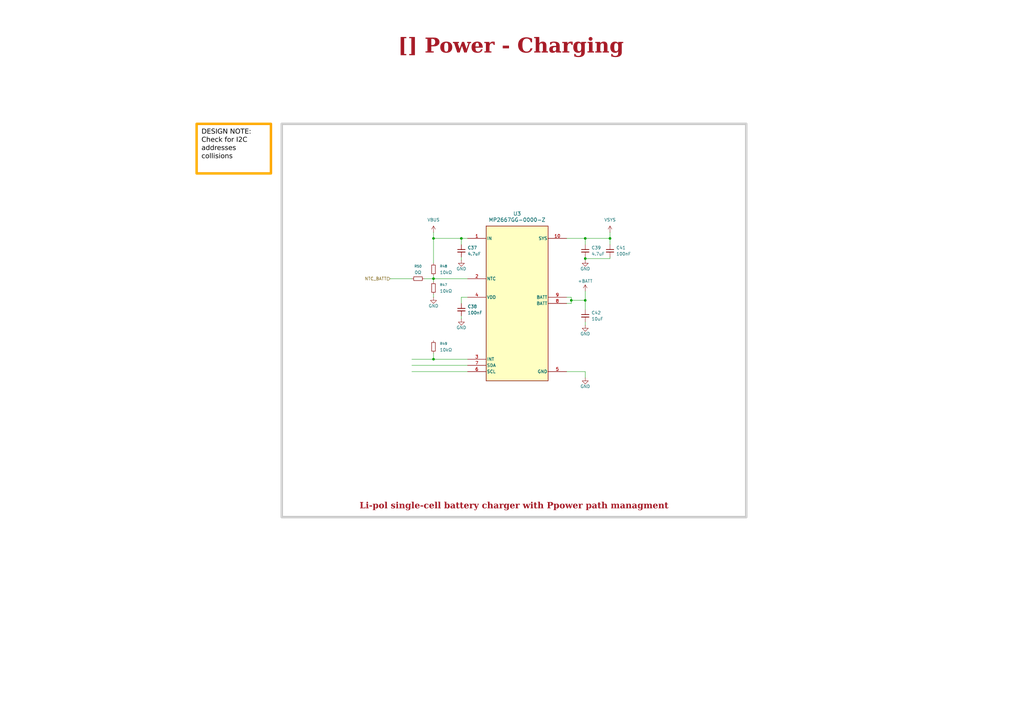
<source format=kicad_sch>
(kicad_sch (version 20250114) (generator "eeschema") (generator_version "9.0")
  (paper "A3")
  (title_block (title "Power - Charging") (rev "${REVISION}") (company "${COMPANY}"))
  (lib_symbols
    (symbol "0_capacitors:CL05B104KO5NNNC" (pin_numbers (hide yes)) (pin_names (offset 0.254) (hide yes))
      (property "Reference" "C" (at 0.254 1.778 0))
      (property "Value" "100nF" (at 0.254 -2.032 0))
      (symbol "CL05B104KO5NNNC_0_1"
        (polyline (pts (xy -1.524 0.508) (xy 1.524 0.508)) (stroke (width 0.3048)))
        (polyline (pts (xy -1.524 -0.508) (xy 1.524 -0.508)) (stroke (width 0.3302)))
      )
      (symbol "CL05B104KO5NNNC_1_1"
        (pin passive line (at 0 2.54 270) (length 2.032) (name "~") (number "1"))
        (pin passive line (at 0 -2.54 90) (length 2.032) (name "~") (number "2"))
      )
    )
    (symbol "0_capacitors:CL21A106KAYNNNE" (pin_numbers (hide yes)) (pin_names (offset 0.254) (hide yes))
      (property "Reference" "C" (at 0.254 1.778 0))
      (property "Value" "10uF" (at 0.254 -2.032 0))
      (symbol "CL21A106KAYNNNE_0_1"
        (polyline (pts (xy -1.524 0.508) (xy 1.524 0.508)) (stroke (width 0.3048)))
        (polyline (pts (xy -1.524 -0.508) (xy 1.524 -0.508)) (stroke (width 0.3302)))
      )
      (symbol "CL21A106KAYNNNE_1_1"
        (pin passive line (at 0 2.54 270) (length 2.032) (name "~") (number "1"))
        (pin passive line (at 0 -2.54 90) (length 2.032) (name "~") (number "2"))
      )
    )
    (symbol "0_capacitors:CL21A475KAQNNNE" (pin_numbers (hide yes)) (pin_names (offset 0.254) (hide yes))
      (property "Reference" "C" (at 0.254 1.778 0))
      (property "Value" "4.7uF" (at 0.254 -2.032 0))
      (symbol "CL21A475KAQNNNE_0_1"
        (polyline (pts (xy -1.524 0.508) (xy 1.524 0.508)) (stroke (width 0.3048)))
        (polyline (pts (xy -1.524 -0.508) (xy 1.524 -0.508)) (stroke (width 0.3302)))
      )
      (symbol "CL21A475KAQNNNE_1_1"
        (pin passive line (at 0 2.54 270) (length 2.032) (name "~") (number "1"))
        (pin passive line (at 0 -2.54 90) (length 2.032) (name "~") (number "2"))
      )
    )
    (symbol "0_integrated_circuits:MP2667GG-0000-Z" (pin_names (offset 0.254))
      (property "Reference" "U" (at 20.32 10.16 0))
      (property "Value" "MP2667GG-0000-Z" (at 20.32 7.62 0))
      (symbol "MP2667GG-0000-Z_0_1"
        (pin power_in line (at 0 0 0) (length 7.62) (name "IN") (number "1"))
        (pin input line (at 0 -16.51 0) (length 7.62) (name "NTC") (number "2"))
        (pin input line (at 0 -24.13 0) (length 7.62) (name "VDD") (number "4"))
        (pin output line (at 0 -49.53 0) (length 7.62) (name "INT") (number "3"))
        (pin bidirectional line (at 0 -52.07 0) (length 7.62) (name "SDA") (number "7"))
        (pin bidirectional line (at 0 -54.61 0) (length 7.62) (name "SCL") (number "6"))
        (pin power_in line (at 40.64 0 180) (length 7.62) (name "SYS") (number "10"))
        (pin power_in line (at 40.64 -24.13 180) (length 7.62) (name "BATT") (number "9"))
        (pin power_in line (at 40.64 -26.67 180) (length 7.62) (name "BATT") (number "8"))
        (pin power_in line (at 40.64 -54.61 180) (length 7.62) (name "GND") (number "5"))
      )
      (symbol "MP2667GG-0000-Z_1_1"
        (rectangle (start 7.62 5.08) (end 33.02 -58.42) (stroke (width 0.254)) (fill (type background)))
      )
    )
    (symbol "0_power_symbols:VSYS" (power) (pin_numbers (hide yes)) (pin_names (offset 0) (hide yes))
      (property "Value" "VSYS" (at 0 3.556 0))
      (symbol "VSYS_0_1"
        (polyline (pts (xy -0.762 1.27) (xy 0 2.54)))
        (polyline (pts (xy 0 2.54) (xy 0.762 1.27)))
        (polyline (pts (xy 0 0) (xy 0 2.54)))
      )
      (symbol "VSYS_1_1"
        (pin power_in line (at 0 0 90) (length 0) (name "~") (number "1"))
      )
    )
    (symbol "0_resistors:0402WGF0000TCE" (pin_numbers (hide yes)) (pin_names (offset 0.254) (hide yes))
      (property "Reference" "R" (at 0 0 90))
      (property "Value" "0Ω" (at 1.778 0 90))
      (symbol "0402WGF0000TCE_0_1"
        (rectangle (start -0.762 1.778) (end 0.762 -1.778) (stroke (width 0.2032)))
      )
      (symbol "0402WGF0000TCE_1_1"
        (pin passive line (at 0 2.54 270) (length 0.762) (name "~") (number "1"))
        (pin passive line (at 0 -2.54 90) (length 0.762) (name "~") (number "2"))
      )
    )
    (symbol "0_resistors:0402WGF1002TCE" (pin_numbers (hide yes)) (pin_names (offset 0.254) (hide yes))
      (property "Reference" "R" (at 0 0 90))
      (property "Value" "10kΩ" (at 1.778 0 90))
      (symbol "0402WGF1002TCE_0_1"
        (rectangle (start -0.762 1.778) (end 0.762 -1.778) (stroke (width 0.2032)))
      )
      (symbol "0402WGF1002TCE_1_1"
        (pin passive line (at 0 2.54 270) (length 0.762) (name "~") (number "1"))
        (pin passive line (at 0 -2.54 90) (length 0.762) (name "~") (number "2"))
      )
    )
    (symbol "power:+BATT" (power) (pin_numbers (hide yes)) (pin_names (offset 0) (hide yes))
      (property "Value" "+BATT" (at 0 3.556 0))
      (symbol "+BATT_0_1"
        (polyline (pts (xy -0.762 1.27) (xy 0 2.54)))
        (polyline (pts (xy 0 2.54) (xy 0.762 1.27)))
        (polyline (pts (xy 0 0) (xy 0 2.54)))
      )
      (symbol "+BATT_1_1"
        (pin power_in line (at 0 0 90) (length 0) (name "~") (number "1"))
      )
    )
    (symbol "power:GND" (power) (pin_numbers (hide yes)) (pin_names (offset 0) (hide yes))
      (property "Value" "GND" (at 0 -3.81 0))
      (symbol "GND_0_1"
        (polyline (pts (xy 0 0) (xy 0 -1.27) (xy 1.27 -1.27) (xy 0 -2.54) (xy -1.27 -1.27) (xy 0 -1.27)))
      )
      (symbol "GND_1_1"
        (pin power_in line (at 0 0 270) (length 0) (name "~") (number "1"))
      )
    )
    (symbol "power:VBUS" (power) (pin_numbers (hide yes)) (pin_names (offset 0) (hide yes))
      (property "Value" "VBUS" (at 0 3.556 0))
      (symbol "VBUS_0_1"
        (polyline (pts (xy -0.762 1.27) (xy 0 2.54)))
        (polyline (pts (xy 0 2.54) (xy 0.762 1.27)))
        (polyline (pts (xy 0 0) (xy 0 2.54)))
      )
      (symbol "VBUS_1_1"
        (pin power_in line (at 0 0 90) (length 0) (name "~") (number "1"))
      )
    )
  )
  (rectangle (start 115.57 50.8) (end 306.07 212.09) (stroke (width 1) (color 200 200 200 1)))
  (text_box "[${#}] ${TITLE}" (at 12.7 12.7 0) (size 393.7 12.7) (margins 4.4999 4.4999 4.4999 4.4999) (stroke (width -0.0001)) (effects (font (size 6 6) (thickness 1.2) (bold yes))))
  (text_box "Li-pol single-cell battery charger with Ppower path managment" (at 116.84 198.12 0) (size 187.96 12.7) (margins 1.9049 1.9049 1.9049 1.9049) (stroke (width -0.0001)) (effects (font (size 2.54 2.54) (thickness 0.508) (bold yes)) (justify bottom)))
  (text_box "DESIGN NOTE:\nCheck for I2C addresses collisions" (at 80.645 50.8 0) (size 30.48 20.32) (margins 2 2 2 2) (stroke (width 1) (color 255 165 0 1)) (effects (font (size 2 2)) (justify left top)))
  (junction (at 177.8 97.79))
  (junction (at 234.315 123.19))
  (junction (at 240.03 106.045))
  (junction (at 240.03 97.79))
  (junction (at 177.8 147.32))
  (junction (at 177.8 114.3))
  (junction (at 240.03 123.19))
  (junction (at 250.19 97.79))
  (junction (at 189.23 97.79))
  (wire (pts (xy 168.91 149.86) (xy 191.77 149.86)))
  (wire (pts (xy 250.19 95.25) (xy 250.19 97.79)))
  (wire (pts (xy 189.23 121.92) (xy 189.23 124.46)))
  (wire (pts (xy 173.99 114.3) (xy 177.8 114.3)))
  (wire (pts (xy 240.03 119.38) (xy 240.03 123.19)))
  (wire (pts (xy 177.8 114.3) (xy 177.8 115.57)))
  (wire (pts (xy 189.23 121.92) (xy 191.77 121.92)))
  (wire (pts (xy 240.03 106.045) (xy 250.19 106.045)))
  (wire (pts (xy 232.41 121.92) (xy 234.315 121.92)))
  (wire (pts (xy 250.19 97.79) (xy 250.19 100.33)))
  (wire (pts (xy 189.23 105.41) (xy 189.23 106.68)))
  (wire (pts (xy 232.41 124.46) (xy 234.315 124.46)))
  (wire (pts (xy 177.8 114.3) (xy 191.77 114.3)))
  (wire (pts (xy 240.03 152.4) (xy 240.03 154.94)))
  (wire (pts (xy 177.8 97.79) (xy 177.8 107.95)))
  (wire (pts (xy 240.03 123.19) (xy 240.03 127)))
  (wire (pts (xy 177.8 95.25) (xy 177.8 97.79)))
  (wire (pts (xy 177.8 144.78) (xy 177.8 147.32)))
  (wire (pts (xy 240.03 97.79) (xy 240.03 100.33)))
  (wire (pts (xy 234.315 123.19) (xy 234.315 124.46)))
  (wire (pts (xy 240.03 97.79) (xy 250.19 97.79)))
  (wire (pts (xy 177.8 97.79) (xy 189.23 97.79)))
  (wire (pts (xy 189.23 97.79) (xy 191.77 97.79)))
  (wire (pts (xy 234.315 121.92) (xy 234.315 123.19)))
  (wire (pts (xy 168.91 152.4) (xy 191.77 152.4)))
  (wire (pts (xy 160.02 114.3) (xy 168.91 114.3)))
  (wire (pts (xy 240.03 132.08) (xy 240.03 133.35)))
  (wire (pts (xy 177.8 120.65) (xy 177.8 121.92)))
  (wire (pts (xy 177.8 147.32) (xy 191.77 147.32)))
  (wire (pts (xy 232.41 97.79) (xy 240.03 97.79)))
  (wire (pts (xy 232.41 152.4) (xy 240.03 152.4)))
  (wire (pts (xy 240.03 105.41) (xy 240.03 106.045)))
  (wire (pts (xy 177.8 113.03) (xy 177.8 114.3)))
  (wire (pts (xy 189.23 129.54) (xy 189.23 130.81)))
  (wire (pts (xy 234.315 123.19) (xy 240.03 123.19)))
  (wire (pts (xy 168.91 147.32) (xy 177.8 147.32)))
  (wire (pts (xy 250.19 105.41) (xy 250.19 106.045)))
  (wire (pts (xy 189.23 97.79) (xy 189.23 100.33)))
  (wire (pts (xy 240.03 106.045) (xy 240.03 106.68)))
  (hierarchical_label "NTC_BATT" (shape input) (at 160.02 114.3 180))
  (symbol (lib_id "0_capacitors:CL21A475KAQNNNE") (at 240.03 102.87 0) (unit 1)
    (property "Reference" "C39" (at 242.57 101.6063 0) (effects (justify left)))
    (property "Value" "4.7uF" (at 242.57 104.1463 0) (effects (justify left)))
    (property "Footprint" "0_capacitors:C_0805_2012Metric" (effects (hide yes)))
    (property "Description" "Unpolarized capacitor, small symbol" (effects (hide yes)))
    (property "Supplier 1" "JLCPCB" (effects (hide yes)))
    (property "Supplier Part Number 1" "C1779" (effects (hide yes)))
  )
  (symbol (lib_id "0_resistors:0402WGF1002TCE") (at 177.8 142.24 0) (unit 1)
    (property "Reference" "R49" (at 180.34 140.97 0) (effects (font (size 1.016 1.016)) (justify left)))
    (property "Value" "10kΩ" (at 180.34 143.51 0) (effects (justify left)))
    (property "Footprint" "0_resistors:R_0402_1005Metric" (effects (hide yes)))
    (property "Description" "50V ±100ppm/℃ ±1% 10kΩ 0402" (effects (hide yes)))
    (property "Supplier 1" "JLCPCB" (effects (hide yes)))
    (property "Supplier Part Number 1" "C25744" (effects (hide yes)))
  )
  (symbol (lib_id "power:GND") (at 189.23 106.68 0) (unit 1)
    (property "Reference" "#PWR085" (effects (hide yes)))
    (property "Value" "GND" (at 189.23 110.236 0))
    (property "Description" "Power symbol creates a global label with name \"GND\" , ground" (effects (hide yes)))
  )
  (symbol (lib_id "0_power_symbols:VSYS") (at 250.19 95.25 0) (unit 1)
    (property "Reference" "#PWR088" (effects (hide yes)))
    (property "Value" "VSYS" (at 250.19 90.17 0))
    (property "Description" "Power symbol creates a global label with name \"VSYS\"" (effects (hide yes)))
  )
  (symbol (lib_id "power:GND") (at 240.03 133.35 0) (unit 1)
    (property "Reference" "#PWR090" (effects (hide yes)))
    (property "Value" "GND" (at 240.03 136.906 0))
    (property "Description" "Power symbol creates a global label with name \"GND\" , ground" (effects (hide yes)))
  )
  (symbol (lib_id "power:GND") (at 240.03 154.94 0) (unit 1)
    (property "Reference" "#PWR092" (effects (hide yes)))
    (property "Value" "GND" (at 240.03 158.496 0))
    (property "Description" "Power symbol creates a global label with name \"GND\" , ground" (effects (hide yes)))
  )
  (symbol (lib_id "power:GND") (at 240.03 106.68 0) (unit 1)
    (property "Reference" "#PWR089" (effects (hide yes)))
    (property "Value" "GND" (at 240.03 110.236 0))
    (property "Description" "Power symbol creates a global label with name \"GND\" , ground" (effects (hide yes)))
  )
  (symbol (lib_id "power:VBUS") (at 177.8 95.25 0) (unit 1)
    (property "Reference" "#PWR087" (effects (hide yes)))
    (property "Value" "VBUS" (at 177.8 90.17 0))
    (property "Description" "Power symbol creates a global label with name \"VBUS\"" (effects (hide yes)))
  )
  (symbol (lib_id "power:GND") (at 177.8 121.92 0) (unit 1)
    (property "Reference" "#PWR086" (effects (hide yes)))
    (property "Value" "GND" (at 177.8 125.476 0))
    (property "Description" "Power symbol creates a global label with name \"GND\" , ground" (effects (hide yes)))
  )
  (symbol (lib_id "power:+BATT") (at 240.03 119.38 0) (unit 1)
    (property "Reference" "#PWR091" (effects (hide yes)))
    (property "Value" "+BATT" (at 240.03 115.316 0))
    (property "Description" "Power symbol creates a global label with name \"+BATT\"" (effects (hide yes)))
  )
  (symbol (lib_id "power:GND") (at 189.23 130.81 0) (unit 1)
    (property "Reference" "#PWR084" (effects (hide yes)))
    (property "Value" "GND" (at 189.23 134.366 0))
    (property "Description" "Power symbol creates a global label with name \"GND\" , ground" (effects (hide yes)))
  )
  (symbol (lib_id "0_resistors:0402WGF0000TCE") (at 171.45 114.3 90) (unit 1)
    (property "Reference" "R50" (at 171.45 109.22 90) (effects (font (size 1.016 1.016))))
    (property "Value" "0Ω" (at 171.45 111.76 90))
    (property "Footprint" "0_resistors:R_0402_1005Metric" (effects (hide yes)))
    (property "Description" "50V ±800ppm/℃ ±1% 0Ω 0402" (effects (hide yes)))
    (property "Supplier 1" "JLCPCB" (effects (hide yes)))
    (property "Supplier Part Number 1" "C17168" (effects (hide yes)))
  )
  (symbol (lib_id "0_capacitors:CL21A106KAYNNNE") (at 240.03 129.54 0) (unit 1)
    (property "Reference" "C42" (at 242.57 128.2763 0) (effects (justify left)))
    (property "Value" "10uF" (at 242.57 130.8163 0) (effects (justify left)))
    (property "Footprint" "0_capacitors:C_0805_2012Metric" (effects (hide yes)))
    (property "Description" "Unpolarized capacitor, small symbol" (effects (hide yes)))
    (property "Supplier 1" "JLCPCB" (effects (hide yes)))
    (property "Supplier Part Number 1" "C15850" (effects (hide yes)))
  )
  (symbol (lib_id "0_resistors:0402WGF1002TCE") (at 177.8 118.11 0) (unit 1)
    (property "Reference" "R47" (at 180.34 116.84 0) (effects (font (size 1.016 1.016)) (justify left)))
    (property "Value" "10kΩ" (at 180.34 119.38 0) (effects (justify left)))
    (property "Footprint" "0_resistors:R_0402_1005Metric" (effects (hide yes)))
    (property "Description" "50V ±100ppm/℃ ±1% 10kΩ 0402" (effects (hide yes)))
    (property "Supplier 1" "JLCPCB" (effects (hide yes)))
    (property "Supplier Part Number 1" "C25744" (effects (hide yes)))
  )
  (symbol (lib_id "0_capacitors:CL05B104KO5NNNC") (at 250.19 102.87 0) (unit 1)
    (property "Reference" "C41" (at 252.73 101.6063 0) (effects (justify left)))
    (property "Value" "100nF" (at 252.73 104.1463 0) (effects (justify left)))
    (property "Footprint" "0_capacitors:C_0402_1005Metric" (effects (hide yes)))
    (property "Description" "Unpolarized capacitor, small symbol" (effects (hide yes)))
    (property "Supplier 1" "JLCPCB" (effects (hide yes)))
    (property "Supplier Part Number 1" "C1525" (effects (hide yes)))
  )
  (symbol (lib_id "0_integrated_circuits:MP2667GG-0000-Z") (at 191.77 97.79 0) (unit 1)
    (property "Reference" "U3" (at 212.09 87.63 0) (effects (font (size 1.524 1.524))))
    (property "Value" "MP2667GG-0000-Z" (at 212.09 90.17 0) (effects (font (size 1.524 1.524))))
    (property "Footprint" "0_integrated_circuits:QFN-10_2MMx2MM_MNP-L" (effects (hide yes)))
    (property "Datasheet" "https://www.monolithicpower.com/en/documentview/productdocument/index/version/2/document_type/Datasheet/lang/en/sku/MP2667" (effects (hide yes)))
    (property "Supplier 1" "JLCPCB" (effects (hide yes)))
    (property "Supplier Part Number 1" "C6595664" (effects (hide yes)))
  )
  (symbol (lib_id "0_capacitors:CL05B104KO5NNNC") (at 189.23 127 0) (unit 1)
    (property "Reference" "C38" (at 191.77 125.7363 0) (effects (justify left)))
    (property "Value" "100nF" (at 191.77 128.2763 0) (effects (justify left)))
    (property "Footprint" "0_capacitors:C_0402_1005Metric" (effects (hide yes)))
    (property "Description" "Unpolarized capacitor, small symbol" (effects (hide yes)))
    (property "Supplier 1" "JLCPCB" (effects (hide yes)))
    (property "Supplier Part Number 1" "C1525" (effects (hide yes)))
  )
  (symbol (lib_id "0_resistors:0402WGF1002TCE") (at 177.8 110.49 0) (unit 1)
    (property "Reference" "R48" (at 180.34 109.22 0) (effects (font (size 1.016 1.016)) (justify left)))
    (property "Value" "10kΩ" (at 180.34 111.76 0) (effects (justify left)))
    (property "Footprint" "0_resistors:R_0402_1005Metric" (effects (hide yes)))
    (property "Description" "50V ±100ppm/℃ ±1% 10kΩ 0402" (effects (hide yes)))
    (property "Supplier 1" "JLCPCB" (effects (hide yes)))
    (property "Supplier Part Number 1" "C25744" (effects (hide yes)))
  )
  (symbol (lib_id "0_capacitors:CL21A475KAQNNNE") (at 189.23 102.87 0) (unit 1)
    (property "Reference" "C37" (at 191.77 101.6063 0) (effects (justify left)))
    (property "Value" "4.7uF" (at 191.77 104.1463 0) (effects (justify left)))
    (property "Footprint" "0_capacitors:C_0805_2012Metric" (effects (hide yes)))
    (property "Description" "Unpolarized capacitor, small symbol" (effects (hide yes)))
    (property "Supplier 1" "JLCPCB" (effects (hide yes)))
    (property "Supplier Part Number 1" "C1779" (effects (hide yes)))
  )
)
</source>
